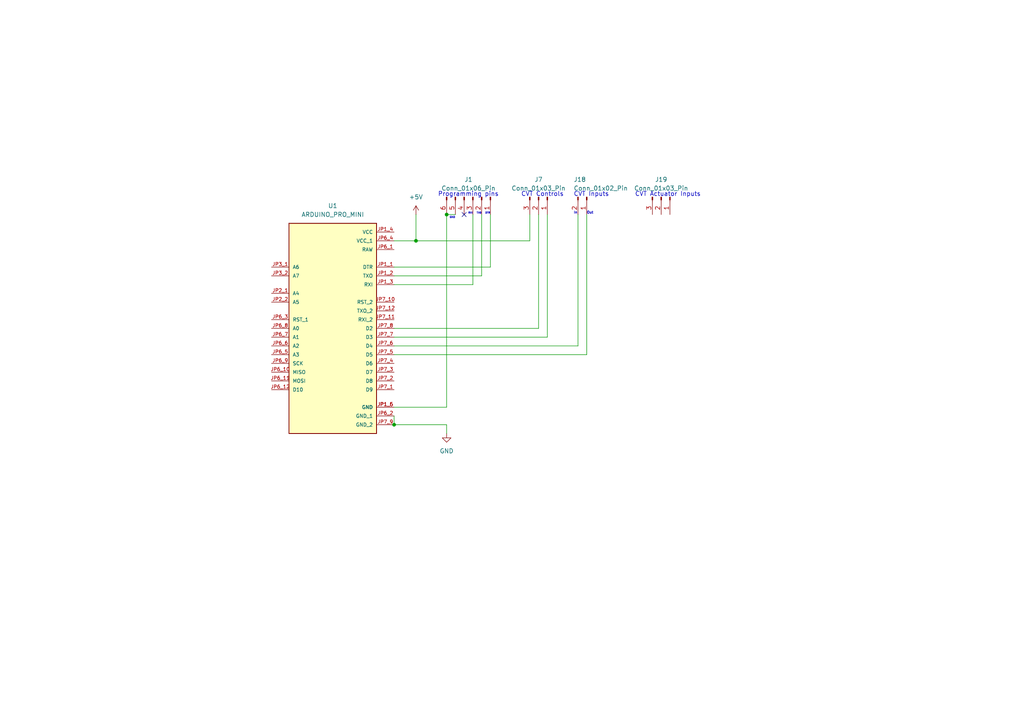
<source format=kicad_sch>
(kicad_sch (version 20230121) (generator eeschema)
  (paper "A4")
  (lib_symbols
    (symbol "ARDUINO_PRO_MINI:ARDUINO_PRO_MINI" (pin_names (offset 1.016))
      (property "Reference" "U" (at -12.7 31.75 0))
      (property "Value" "ARDUINO_PRO_MINI" (at -12.7 -33.02 0))
      (symbol "ARDUINO_PRO_MINI_0_0"
        (rectangle (start -12.7 -30.48) (end 12.7 30.48) (stroke (width 0.254)) (fill (type background)))
        (pin input line (at 17.78 17.78 180) (length 5.08) (name "DTR") (number "JP1_1"))
        (pin bidirectional line (at 17.78 15.24 180) (length 5.08) (name "TXO") (number "JP1_2"))
        (pin bidirectional line (at 17.78 12.7 180) (length 5.08) (name "RXI") (number "JP1_3"))
        (pin power_in line (at 17.78 27.94 180) (length 5.08) (name "VCC") (number "JP1_4"))
        (pin power_in line (at 17.78 -22.86 180) (length 5.08) (name "GND") (number "JP1_5"))
        (pin power_in line (at 17.78 -22.86 180) (length 5.08) (name "GND") (number "JP1_6"))
        (pin bidirectional line (at -17.78 10.16 0) (length 5.08) (name "A4") (number "JP2_1"))
        (pin bidirectional line (at -17.78 7.62 0) (length 5.08) (name "A5") (number "JP2_2"))
        (pin input line (at -17.78 17.78 0) (length 5.08) (name "A6") (number "JP3_1"))
        (pin input line (at -17.78 15.24 0) (length 5.08) (name "A7") (number "JP3_2"))
        (pin power_in line (at 17.78 22.86 180) (length 5.08) (name "RAW") (number "JP6_1"))
        (pin bidirectional line (at -17.78 -12.7 0) (length 5.08) (name "MISO") (number "JP6_10"))
        (pin bidirectional line (at -17.78 -15.24 0) (length 5.08) (name "MOSI") (number "JP6_11"))
        (pin bidirectional line (at -17.78 -17.78 0) (length 5.08) (name "D10") (number "JP6_12"))
        (pin power_in line (at 17.78 -25.4 180) (length 5.08) (name "GND_1") (number "JP6_2"))
        (pin input line (at -17.78 2.54 0) (length 5.08) (name "RST_1") (number "JP6_3"))
        (pin power_in line (at 17.78 25.4 180) (length 5.08) (name "VCC_1") (number "JP6_4"))
        (pin bidirectional line (at -17.78 -7.62 0) (length 5.08) (name "A3") (number "JP6_5"))
        (pin bidirectional line (at -17.78 -5.08 0) (length 5.08) (name "A2") (number "JP6_6"))
        (pin bidirectional line (at -17.78 -2.54 0) (length 5.08) (name "A1") (number "JP6_7"))
        (pin bidirectional line (at -17.78 0 0) (length 5.08) (name "A0") (number "JP6_8"))
        (pin bidirectional line (at -17.78 -10.16 0) (length 5.08) (name "SCK") (number "JP6_9"))
        (pin bidirectional line (at 17.78 -17.78 180) (length 5.08) (name "D9") (number "JP7_1"))
        (pin input line (at 17.78 7.62 180) (length 5.08) (name "RST_2") (number "JP7_10"))
        (pin bidirectional line (at 17.78 2.54 180) (length 5.08) (name "RXI_2") (number "JP7_11"))
        (pin bidirectional line (at 17.78 5.08 180) (length 5.08) (name "TXO_2") (number "JP7_12"))
        (pin bidirectional line (at 17.78 -15.24 180) (length 5.08) (name "D8") (number "JP7_2"))
        (pin bidirectional line (at 17.78 -12.7 180) (length 5.08) (name "D7") (number "JP7_3"))
        (pin bidirectional line (at 17.78 -10.16 180) (length 5.08) (name "D6") (number "JP7_4"))
        (pin bidirectional line (at 17.78 -7.62 180) (length 5.08) (name "D5") (number "JP7_5"))
        (pin bidirectional line (at 17.78 -5.08 180) (length 5.08) (name "D4") (number "JP7_6"))
        (pin bidirectional line (at 17.78 -2.54 180) (length 5.08) (name "D3") (number "JP7_7"))
        (pin bidirectional line (at 17.78 0 180) (length 5.08) (name "D2") (number "JP7_8"))
        (pin power_in line (at 17.78 -27.94 180) (length 5.08) (name "GND_2") (number "JP7_9"))
      )
    )
    (symbol "Connector:Conn_01x02_Pin" (pin_names (offset 1.016) hide)
      (property "Reference" "J" (at 0 2.54 0))
      (property "Value" "Conn_01x02_Pin" (at 0 -5.08 0))
      (symbol "Conn_01x02_Pin_1_1"
        (polyline (pts (xy 1.27 -2.54) (xy 0.8636 -2.54)) (stroke (width 0.1524)))
        (polyline (pts (xy 1.27 0) (xy 0.8636 0)) (stroke (width 0.1524)))
        (rectangle (start 0.8636 -2.413) (end 0 -2.667) (stroke (width 0.1524)) (fill (type outline)))
        (rectangle (start 0.8636 0.127) (end 0 -0.127) (stroke (width 0.1524)) (fill (type outline)))
        (pin passive line (at 5.08 0 180) (length 3.81) (name "Pin_1") (number "1"))
        (pin passive line (at 5.08 -2.54 180) (length 3.81) (name "Pin_2") (number "2"))
      )
    )
    (symbol "Connector:Conn_01x03_Pin" (pin_names (offset 1.016) hide)
      (property "Reference" "J" (at 0 5.08 0))
      (property "Value" "Conn_01x03_Pin" (at 0 -5.08 0))
      (symbol "Conn_01x03_Pin_1_1"
        (polyline (pts (xy 1.27 -2.54) (xy 0.8636 -2.54)) (stroke (width 0.1524)))
        (polyline (pts (xy 1.27 0) (xy 0.8636 0)) (stroke (width 0.1524)))
        (polyline (pts (xy 1.27 2.54) (xy 0.8636 2.54)) (stroke (width 0.1524)))
        (rectangle (start 0.8636 -2.413) (end 0 -2.667) (stroke (width 0.1524)) (fill (type outline)))
        (rectangle (start 0.8636 0.127) (end 0 -0.127) (stroke (width 0.1524)) (fill (type outline)))
        (rectangle (start 0.8636 2.667) (end 0 2.413) (stroke (width 0.1524)) (fill (type outline)))
        (pin passive line (at 5.08 2.54 180) (length 3.81) (name "Pin_1") (number "1"))
        (pin passive line (at 5.08 0 180) (length 3.81) (name "Pin_2") (number "2"))
        (pin passive line (at 5.08 -2.54 180) (length 3.81) (name "Pin_3") (number "3"))
      )
    )
    (symbol "Connector:Conn_01x06_Pin" (pin_names (offset 1.016) hide)
      (property "Reference" "J" (at 0 7.62 0))
      (property "Value" "Conn_01x06_Pin" (at 0 -10.16 0))
      (symbol "Conn_01x06_Pin_1_1"
        (polyline (pts (xy 1.27 -7.62) (xy 0.8636 -7.62)) (stroke (width 0.1524)))
        (polyline (pts (xy 1.27 -5.08) (xy 0.8636 -5.08)) (stroke (width 0.1524)))
        (polyline (pts (xy 1.27 -2.54) (xy 0.8636 -2.54)) (stroke (width 0.1524)))
        (polyline (pts (xy 1.27 0) (xy 0.8636 0)) (stroke (width 0.1524)))
        (polyline (pts (xy 1.27 2.54) (xy 0.8636 2.54)) (stroke (width 0.1524)))
        (polyline (pts (xy 1.27 5.08) (xy 0.8636 5.08)) (stroke (width 0.1524)))
        (rectangle (start 0.8636 -7.493) (end 0 -7.747) (stroke (width 0.1524)) (fill (type outline)))
        (rectangle (start 0.8636 -4.953) (end 0 -5.207) (stroke (width 0.1524)) (fill (type outline)))
        (rectangle (start 0.8636 -2.413) (end 0 -2.667) (stroke (width 0.1524)) (fill (type outline)))
        (rectangle (start 0.8636 0.127) (end 0 -0.127) (stroke (width 0.1524)) (fill (type outline)))
        (rectangle (start 0.8636 2.667) (end 0 2.413) (stroke (width 0.1524)) (fill (type outline)))
        (rectangle (start 0.8636 5.207) (end 0 4.953) (stroke (width 0.1524)) (fill (type outline)))
        (pin passive line (at 5.08 5.08 180) (length 3.81) (name "Pin_1") (number "1"))
        (pin passive line (at 5.08 2.54 180) (length 3.81) (name "Pin_2") (number "2"))
        (pin passive line (at 5.08 0 180) (length 3.81) (name "Pin_3") (number "3"))
        (pin passive line (at 5.08 -2.54 180) (length 3.81) (name "Pin_4") (number "4"))
        (pin passive line (at 5.08 -5.08 180) (length 3.81) (name "Pin_5") (number "5"))
        (pin passive line (at 5.08 -7.62 180) (length 3.81) (name "Pin_6") (number "6"))
      )
    )
    (symbol "power:+5V" (power) (pin_names (offset 0))
      (property "Value" "+5V" (at 0 3.556 0))
      (symbol "+5V_0_1"
        (polyline (pts (xy -0.762 1.27) (xy 0 2.54)))
        (polyline (pts (xy 0 0) (xy 0 2.54)))
        (polyline (pts (xy 0 2.54) (xy 0.762 1.27)))
      )
      (symbol "+5V_1_1"
        (pin power_in line (at 0 0 90) (length 0) hide (name "+5V") (number "1"))
      )
    )
    (symbol "power:GND" (power) (pin_names (offset 0))
      (property "Value" "GND" (at 0 -3.81 0))
      (symbol "GND_0_1"
        (polyline (pts (xy 0 0) (xy 0 -1.27) (xy 1.27 -1.27) (xy 0 -2.54) (xy -1.27 -1.27) (xy 0 -1.27)))
      )
      (symbol "GND_1_1"
        (pin power_in line (at 0 0 270) (length 0) hide (name "GND") (number "1"))
      )
    )
  )
  (junction (at 114.3 123.19))
  (junction (at 120.65 69.85))
  (junction (at 129.54 62.23))
  (no_connect (at 134.62 62.23))
  (wire (pts (xy 156.21 95.25) (xy 156.21 62.23)))
  (wire (pts (xy 170.18 102.87) (xy 170.18 62.23)))
  (wire (pts (xy 129.54 62.23) (xy 129.54 118.11)))
  (wire (pts (xy 114.3 80.01) (xy 139.7 80.01)))
  (wire (pts (xy 129.54 62.23) (xy 132.08 62.23)))
  (wire (pts (xy 114.3 69.85) (xy 120.65 69.85)))
  (wire (pts (xy 114.3 77.47) (xy 142.24 77.47)))
  (wire (pts (xy 114.3 82.55) (xy 137.16 82.55)))
  (wire (pts (xy 120.65 69.85) (xy 153.67 69.85)))
  (wire (pts (xy 139.7 62.23) (xy 139.7 80.01)))
  (wire (pts (xy 120.65 62.23) (xy 120.65 69.85)))
  (wire (pts (xy 114.3 120.65) (xy 114.3 123.19)))
  (wire (pts (xy 158.75 97.79) (xy 114.3 97.79)))
  (wire (pts (xy 142.24 62.23) (xy 142.24 77.47)))
  (wire (pts (xy 170.18 102.87) (xy 114.3 102.87)))
  (wire (pts (xy 129.54 118.11) (xy 114.3 118.11)))
  (wire (pts (xy 167.64 100.33) (xy 114.3 100.33)))
  (wire (pts (xy 114.3 123.19) (xy 129.54 123.19)))
  (wire (pts (xy 137.16 62.23) (xy 137.16 82.55)))
  (wire (pts (xy 158.75 62.23) (xy 158.75 97.79)))
  (wire (pts (xy 114.3 95.25) (xy 156.21 95.25)))
  (wire (pts (xy 167.64 62.23) (xy 167.64 100.33)))
  (wire (pts (xy 129.54 123.19) (xy 129.54 125.73)))
  (wire (pts (xy 153.67 69.85) (xy 153.67 62.23)))
  (text "Programming pins " (at 127 57.15 0) (effects (font (size 1.27 1.27)) (justify left bottom)))
  (text "DTR" (at 142.24 62.23 0) (effects (font (size 0.508 0.508)) (justify right bottom)))
  (text "GND" (at 132.08 63.5 0) (effects (font (size 0.508 0.508)) (justify right bottom)))
  (text "TX0" (at 139.7 62.23 0) (effects (font (size 0.508 0.508)) (justify right bottom)))
  (text "Out" (at 170.18 62.23 0) (effects (font (size 0.7 0.7)) (justify left bottom)))
  (text "CVT Controls" (at 151.13 57.15 0) (effects (font (size 1.27 1.27)) (justify left bottom)))
  (text "In" (at 166.37 62.23 0) (effects (font (size 0.7 0.7)) (justify left bottom)))
  (text "CVT Actuator Inputs" (at 184.15 57.15 0) (effects (font (size 1.27 1.27)) (justify left bottom)))
  (text "RXI" (at 137.16 62.23 0) (effects (font (size 0.508 0.508)) (justify right bottom)))
  (text "CVT Inputs" (at 166.37 57.15 0) (effects (font (size 1.27 1.27)) (justify left bottom)))
  (symbol (lib_id "Connector:Conn_01x02_Pin") (at 170.18 57.15 270) (unit 1)
    (property "Reference" "J18" (at 166.37 52.07 90) (effects (justify left)))
    (property "Value" "Conn_01x02_Pin" (at 166.37 54.61 90) (effects (justify left)))
    (instances (project "Motherboard23-24" (path "" (reference "J18") (unit 1)) (path "" (reference "J24") (unit 1))))
  )
  (symbol (lib_id "Connector:Conn_01x03_Pin") (at 191.77 57.15 270) (unit 1)
    (property "Reference" "J19" (at 191.77 52.07 90))
    (property "Value" "Conn_01x03_Pin" (at 191.77 54.61 90))
    (instances (project "Motherboard23-24" (path "" (reference "J19") (unit 1)) (path "" (reference "J25") (unit 1))))
  )
  (symbol (lib_id "power:GND") (at 129.54 125.73 0) (unit 1)
    (property "Reference" "#PWR01" (effects hide))
    (property "Value" "GND" (at 129.54 130.81 0))
    (instances (project "Motherboard23-24" (path "" (reference "#PWR01") (unit 1)) (path "" (reference "#PWR040") (unit 1))))
  )
  (symbol (lib_id "power:+5V") (at 120.65 62.23 0) (unit 1)
    (property "Reference" "#PWR02" (effects hide))
    (property "Value" "+5V" (at 120.65 57.15 0))
    (instances (project "Motherboard23-24" (path "" (reference "#PWR02") (unit 1)) (path "" (reference "#PWR039") (unit 1))))
  )
  (symbol (lib_id "Connector:Conn_01x03_Pin") (at 156.21 57.15 270) (unit 1)
    (property "Reference" "J7" (at 156.21 52.07 90))
    (property "Value" "Conn_01x03_Pin" (at 156.21 54.61 90))
    (instances (project "Motherboard23-24" (path "" (reference "J7") (unit 1)) (path "" (reference "J23") (unit 1))))
  )
  (symbol (lib_id "ARDUINO_PRO_MINI:ARDUINO_PRO_MINI") (at 96.52 95.25 0) (unit 1)
    (property "Reference" "U1" (at 96.52 59.69 0))
    (property "Value" "ARDUINO_PRO_MINI" (at 96.52 62.23 0))
    (property "Footprint" "ARDUINO_PRO_MINI:MODULE_ARDUINO_PRO_MINI" (effects hide))
    (property "MF" "Arduino" (effects hide))
    (property "MAXIMUM_PACKAGE_HEIGHT" "N/A" (effects hide))
    (property "Package" "None" (effects hide))
    (property "Price" "None" (effects hide))
    (property "Check_prices" "https://www.snapeda.com/parts/Arduino%20Pro%20Mini/Arduino/view-part/?ref=eda" (effects hide))
    (property "STANDARD" "Manufacturer Recommendations" (effects hide))
    (property "PARTREV" "N/A" (effects hide))
    (property "SnapEDA_Link" "https://www.snapeda.com/parts/Arduino%20Pro%20Mini/Arduino/view-part/?ref=snap" (effects hide))
    (property "MP" "Arduino Pro Mini" (effects hide))
    (property "Description" "\nThis board was developed for applications and installations where space is premium and projects are made as permanent set ups. Small, available in 3.3 V and 5 V versions, powered by ATmega328P.\n" (effects hide))
    (property "Availability" "In Stock" (effects hide))
    (property "MANUFACTURER" "SparkFun Electronics" (effects hide))
    (instances (project "Motherboard23-24" (path "" (reference "U1") (unit 1)) (path "" (reference "U2") (unit 1))))
  )
  (symbol (lib_id "Connector:Conn_01x06_Pin") (at 137.16 57.15 270) (unit 1)
    (property "Reference" "J1" (at 135.89 52.07 90))
    (property "Value" "Conn_01x06_Pin" (at 135.89 54.61 90))
    (instances (project "Motherboard23-24" (path "" (reference "J1") (unit 1)) (path "" (reference "J22") (unit 1))))
  )
)
</source>
